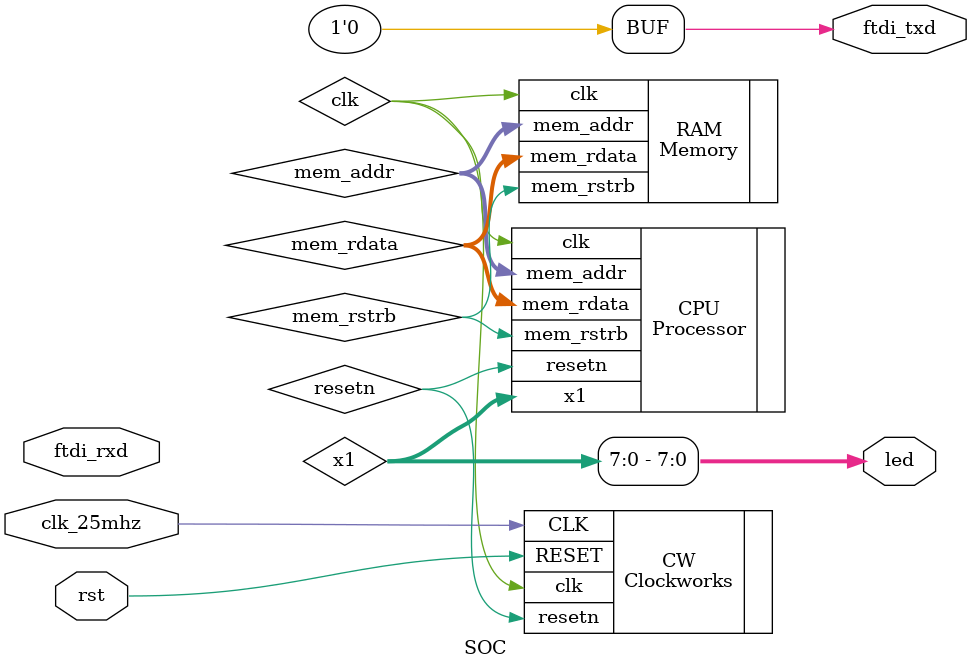
<source format=v>
/**
 * Step 11: Creating a RISC-V processor
 *         Separate memory
 * DONE*
 */

`default_nettype none
`include "../paso2/clockworks.v"

`include "memoria_paso11.v"
`include "procesador_paso11.v"


module SOC (
    input  clk_25mhz,   // system clock 
    input  rst,         // reset button
    output [7:0] led,   // system LEDs
    input  ftdi_rxd,    // UART receive
    output ftdi_txd     // UART transmit
);

    wire    clk;
    wire    resetn;

    Memory RAM(
        .clk(clk),
        .mem_addr(mem_addr),
        .mem_rdata(mem_rdata),
        .mem_rstrb(mem_rstrb)
    );

    wire [31:0] mem_addr;
    wire [31:0] mem_rdata;
    wire mem_rstrb;
    wire [31:0] x1;

    Processor CPU(
        .clk(clk),
        .resetn(resetn),
        .mem_addr(mem_addr),
        .mem_rdata(mem_rdata),
        .mem_rstrb(mem_rstrb),
        .x1(x1)
    );

    assign led = x1[7:0];

   // Gearbox and reset circuitry.
   Clockworks #(
     .SLOW(20) // Divide clock frequency by 2^19
   )CW(
     .CLK(clk_25mhz),
     .RESET(rst),
     .clk(clk),
     .resetn(resetn)
   );
   
   assign ftdi_txd  = 1'b0; // not used for now

endmodule
</source>
